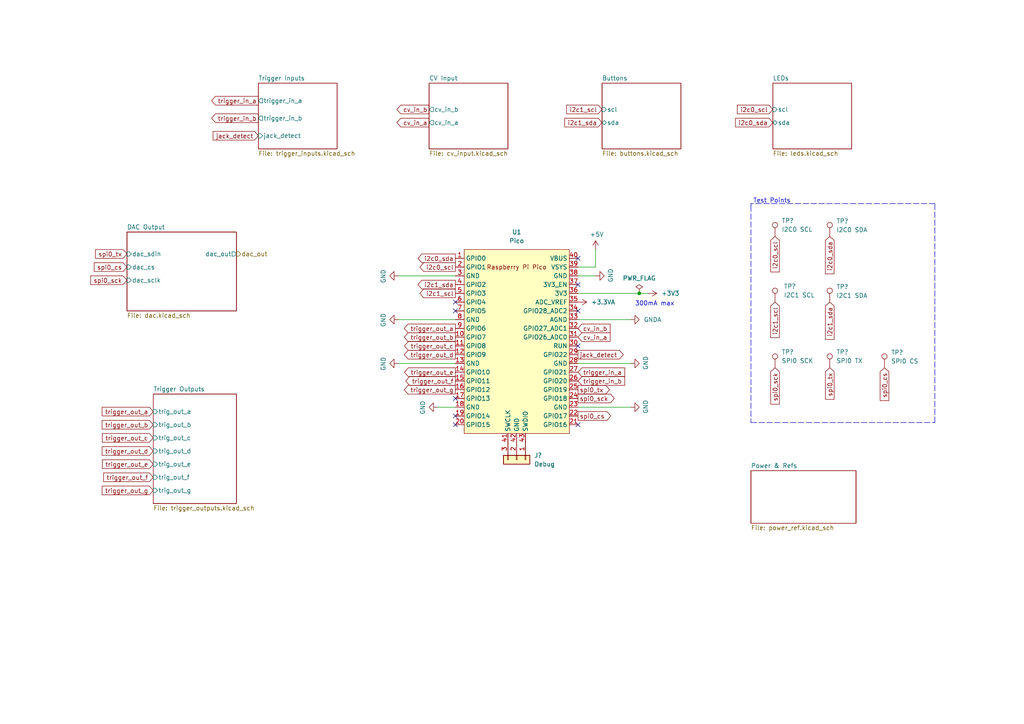
<source format=kicad_sch>
(kicad_sch (version 20211123) (generator eeschema)
  (paper "A4")
  (lib_symbols
    (symbol "Connector:TestPoint" (pin_numbers hide) (pin_names (offset 0.762) hide)
      (property "Reference" "TP" (at 0 6.858 0))
      (property "Value" "TestPoint" (at 0 5.08 0))
      (symbol "TestPoint_0_1"
        (circle (center 0 3.302) (radius 0.762))
      )
      (symbol "TestPoint_1_1"
        (pin passive line (at 0 0 90) (length 2.54) (name "1") (number "1"))
      )
    )
    (symbol "Connector_Generic:Conn_01x03" (pin_names (offset 1.016) hide)
      (property "Reference" "J" (at 0 5.08 0))
      (property "Value" "Conn_01x03" (at 0 -5.08 0))
      (symbol "Conn_01x03_1_1"
        (rectangle (start -1.27 -2.413) (end 0 -2.667) (stroke (width 0.1524)))
        (rectangle (start -1.27 0.127) (end 0 -0.127) (stroke (width 0.1524)))
        (rectangle (start -1.27 2.667) (end 0 2.413) (stroke (width 0.1524)))
        (rectangle (start -1.27 3.81) (end 1.27 -3.81) (stroke (width 0.254)) (fill (type background)))
        (pin passive line (at -5.08 2.54 0) (length 3.81) (name "Pin_1") (number "1"))
        (pin passive line (at -5.08 0 0) (length 3.81) (name "Pin_2") (number "2"))
        (pin passive line (at -5.08 -2.54 0) (length 3.81) (name "Pin_3") (number "3"))
      )
    )
    (symbol "MCU_RaspberryPi_and_Boards:Pico"
      (property "Reference" "U" (at -13.97 27.94 0))
      (property "Value" "Pico" (at 0 19.05 0))
      (symbol "Pico_0_0"
        (text "Raspberry Pi Pico" (at 0 21.59 0) (effects (font (size 1.27 1.27))))
      )
      (symbol "Pico_0_1"
        (rectangle (start -15.24 26.67) (end 15.24 -26.67) (fill (type background)))
      )
      (symbol "Pico_1_1"
        (pin bidirectional line (at -17.78 24.13 0) (length 2.54) (name "GPIO0") (number "1"))
        (pin bidirectional line (at -17.78 1.27 0) (length 2.54) (name "GPIO7") (number "10"))
        (pin bidirectional line (at -17.78 -1.27 0) (length 2.54) (name "GPIO8") (number "11"))
        (pin bidirectional line (at -17.78 -3.81 0) (length 2.54) (name "GPIO9") (number "12"))
        (pin power_in line (at -17.78 -6.35 0) (length 2.54) (name "GND") (number "13"))
        (pin bidirectional line (at -17.78 -8.89 0) (length 2.54) (name "GPIO10") (number "14"))
        (pin bidirectional line (at -17.78 -11.43 0) (length 2.54) (name "GPIO11") (number "15"))
        (pin bidirectional line (at -17.78 -13.97 0) (length 2.54) (name "GPIO12") (number "16"))
        (pin bidirectional line (at -17.78 -16.51 0) (length 2.54) (name "GPIO13") (number "17"))
        (pin power_in line (at -17.78 -19.05 0) (length 2.54) (name "GND") (number "18"))
        (pin bidirectional line (at -17.78 -21.59 0) (length 2.54) (name "GPIO14") (number "19"))
        (pin bidirectional line (at -17.78 21.59 0) (length 2.54) (name "GPIO1") (number "2"))
        (pin bidirectional line (at -17.78 -24.13 0) (length 2.54) (name "GPIO15") (number "20"))
        (pin bidirectional line (at 17.78 -24.13 180) (length 2.54) (name "GPIO16") (number "21"))
        (pin bidirectional line (at 17.78 -21.59 180) (length 2.54) (name "GPIO17") (number "22"))
        (pin power_in line (at 17.78 -19.05 180) (length 2.54) (name "GND") (number "23"))
        (pin bidirectional line (at 17.78 -16.51 180) (length 2.54) (name "GPIO18") (number "24"))
        (pin bidirectional line (at 17.78 -13.97 180) (length 2.54) (name "GPIO19") (number "25"))
        (pin bidirectional line (at 17.78 -11.43 180) (length 2.54) (name "GPIO20") (number "26"))
        (pin bidirectional line (at 17.78 -8.89 180) (length 2.54) (name "GPIO21") (number "27"))
        (pin power_in line (at 17.78 -6.35 180) (length 2.54) (name "GND") (number "28"))
        (pin bidirectional line (at 17.78 -3.81 180) (length 2.54) (name "GPIO22") (number "29"))
        (pin power_in line (at -17.78 19.05 0) (length 2.54) (name "GND") (number "3"))
        (pin input line (at 17.78 -1.27 180) (length 2.54) (name "RUN") (number "30"))
        (pin bidirectional line (at 17.78 1.27 180) (length 2.54) (name "GPIO26_ADC0") (number "31"))
        (pin bidirectional line (at 17.78 3.81 180) (length 2.54) (name "GPIO27_ADC1") (number "32"))
        (pin power_in line (at 17.78 6.35 180) (length 2.54) (name "AGND") (number "33"))
        (pin bidirectional line (at 17.78 8.89 180) (length 2.54) (name "GPIO28_ADC2") (number "34"))
        (pin power_in line (at 17.78 11.43 180) (length 2.54) (name "ADC_VREF") (number "35"))
        (pin power_in line (at 17.78 13.97 180) (length 2.54) (name "3V3") (number "36"))
        (pin input line (at 17.78 16.51 180) (length 2.54) (name "3V3_EN") (number "37"))
        (pin bidirectional line (at 17.78 19.05 180) (length 2.54) (name "GND") (number "38"))
        (pin power_in line (at 17.78 21.59 180) (length 2.54) (name "VSYS") (number "39"))
        (pin bidirectional line (at -17.78 16.51 0) (length 2.54) (name "GPIO2") (number "4"))
        (pin power_in line (at 17.78 24.13 180) (length 2.54) (name "VBUS") (number "40"))
        (pin input line (at -2.54 -29.21 90) (length 2.54) (name "SWCLK") (number "41"))
        (pin power_in line (at 0 -29.21 90) (length 2.54) (name "GND") (number "42"))
        (pin bidirectional line (at 2.54 -29.21 90) (length 2.54) (name "SWDIO") (number "43"))
        (pin bidirectional line (at -17.78 13.97 0) (length 2.54) (name "GPIO3") (number "5"))
        (pin bidirectional line (at -17.78 11.43 0) (length 2.54) (name "GPIO4") (number "6"))
        (pin bidirectional line (at -17.78 8.89 0) (length 2.54) (name "GPIO5") (number "7"))
        (pin power_in line (at -17.78 6.35 0) (length 2.54) (name "GND") (number "8"))
        (pin bidirectional line (at -17.78 3.81 0) (length 2.54) (name "GPIO6") (number "9"))
      )
    )
    (symbol "power:+3.3VA" (power) (pin_names (offset 0))
      (property "Value" "+3.3VA" (at 0 3.556 0))
      (symbol "+3.3VA_0_1"
        (polyline (pts (xy -0.762 1.27) (xy 0 2.54)))
        (polyline (pts (xy 0 0) (xy 0 2.54)))
        (polyline (pts (xy 0 2.54) (xy 0.762 1.27)))
      )
      (symbol "+3.3VA_1_1"
        (pin power_in line (at 0 0 90) (length 0) hide (name "+3.3VA") (number "1"))
      )
    )
    (symbol "power:+3V3" (power) (pin_names (offset 0))
      (property "Value" "+3V3" (at 0 3.556 0))
      (symbol "+3V3_0_1"
        (polyline (pts (xy -0.762 1.27) (xy 0 2.54)))
        (polyline (pts (xy 0 0) (xy 0 2.54)))
        (polyline (pts (xy 0 2.54) (xy 0.762 1.27)))
      )
      (symbol "+3V3_1_1"
        (pin power_in line (at 0 0 90) (length 0) hide (name "+3V3") (number "1"))
      )
    )
    (symbol "power:+5V" (power) (pin_names (offset 0))
      (property "Value" "+5V" (at 0 3.556 0))
      (symbol "+5V_0_1"
        (polyline (pts (xy -0.762 1.27) (xy 0 2.54)))
        (polyline (pts (xy 0 0) (xy 0 2.54)))
        (polyline (pts (xy 0 2.54) (xy 0.762 1.27)))
      )
      (symbol "+5V_1_1"
        (pin power_in line (at 0 0 90) (length 0) hide (name "+5V") (number "1"))
      )
    )
    (symbol "power:GND" (power) (pin_names (offset 0))
      (property "Value" "GND" (at 0 -3.81 0))
      (symbol "GND_0_1"
        (polyline (pts (xy 0 0) (xy 0 -1.27) (xy 1.27 -1.27) (xy 0 -2.54) (xy -1.27 -1.27) (xy 0 -1.27)))
      )
      (symbol "GND_1_1"
        (pin power_in line (at 0 0 270) (length 0) hide (name "GND") (number "1"))
      )
    )
    (symbol "power:GNDA" (power) (pin_names (offset 0))
      (property "Value" "GNDA" (at 0 -3.81 0))
      (symbol "GNDA_0_1"
        (polyline (pts (xy 0 0) (xy 0 -1.27) (xy 1.27 -1.27) (xy 0 -2.54) (xy -1.27 -1.27) (xy 0 -1.27)))
      )
      (symbol "GNDA_1_1"
        (pin power_in line (at 0 0 270) (length 0) hide (name "GNDA") (number "1"))
      )
    )
    (symbol "power:PWR_FLAG" (power) (pin_numbers hide) (pin_names (offset 0) hide)
      (property "Value" "PWR_FLAG" (at 0 3.81 0))
      (symbol "PWR_FLAG_0_0"
        (pin power_out line (at 0 0 90) (length 0) (name "pwr") (number "1"))
      )
      (symbol "PWR_FLAG_0_1"
        (polyline (pts (xy 0 0) (xy 0 1.27) (xy -1.016 1.905) (xy 0 2.54) (xy 1.016 1.905) (xy 0 1.27)))
      )
    )
  )
  (junction (at 185.42 85.09))
  (no_connect (at 167.64 90.17))
  (no_connect (at 167.64 100.33))
  (no_connect (at 167.64 123.19))
  (no_connect (at 132.08 90.17))
  (no_connect (at 132.08 87.63))
  (no_connect (at 132.08 123.19))
  (no_connect (at 132.08 120.65))
  (no_connect (at 132.08 115.57))
  (no_connect (at 167.64 82.55))
  (no_connect (at 167.64 74.93))
  (polyline (pts (xy 217.805 59.055) (xy 217.805 59.69)))
  (wire (pts (xy 172.72 77.47) (xy 167.64 77.47)))
  (polyline (pts (xy 271.145 122.555) (xy 271.145 59.055)))
  (wire (pts (xy 167.64 105.41) (xy 182.88 105.41)))
  (polyline (pts (xy 217.805 59.69) (xy 217.805 122.555)))
  (polyline (pts (xy 217.805 122.555) (xy 271.145 122.555)))
  (wire (pts (xy 172.72 72.39) (xy 172.72 77.47)))
  (polyline (pts (xy 271.145 59.055) (xy 217.805 59.055)))
  (wire (pts (xy 132.08 118.11) (xy 127 118.11)))
  (wire (pts (xy 185.42 85.09) (xy 187.96 85.09)))
  (wire (pts (xy 167.64 92.71) (xy 182.88 92.71)))
  (wire (pts (xy 167.64 80.01) (xy 172.72 80.01)))
  (wire (pts (xy 167.64 85.09) (xy 185.42 85.09)))
  (wire (pts (xy 167.64 118.11) (xy 182.88 118.11)))
  (wire (pts (xy 132.08 105.41) (xy 115.57 105.41)))
  (wire (pts (xy 132.08 80.01) (xy 115.57 80.01)))
  (wire (pts (xy 132.08 92.71) (xy 115.57 92.71)))
  (text "300mA max" (at 184.15 88.9 0) (effects (font (size 1.27 1.27)) (justify left bottom)))
  (text "Test Points" (at 218.44 59.055 0) (effects (font (size 1.27 1.27)) (justify left bottom)))
  (global_label "spi0_cs" (shape input) (at 36.83 77.47 180) (property "Intersheet References" "${INTERSHEET_REFS}" (effects hide)))
  (global_label "spi0_sck" (shape input) (at 36.83 81.28 180) (property "Intersheet References" "${INTERSHEET_REFS}" (effects hide)))
  (global_label "i2c1_sda" (shape input) (at 240.665 87.63 270) (property "Intersheet References" "${INTERSHEET_REFS}" (effects hide)))
  (global_label "i2c0_sda" (shape output) (at 132.08 74.93 180) (property "Intersheet References" "${INTERSHEET_REFS}" (effects hide)))
  (global_label "cv_in_a" (shape input) (at 167.64 97.79 0) (property "Intersheet References" "${INTERSHEET_REFS}" (effects hide)))
  (global_label "i2c0_sda" (shape input) (at 224.155 35.56 180) (property "Intersheet References" "${INTERSHEET_REFS}" (effects hide)))
  (global_label "trigger_in_b" (shape output) (at 74.93 34.29 180) (property "Intersheet References" "${INTERSHEET_REFS}" (effects hide)))
  (global_label "i2c1_scl" (shape input) (at 174.625 31.75 180) (property "Intersheet References" "${INTERSHEET_REFS}" (effects hide)))
  (global_label "trigger_out_b" (shape output) (at 132.08 97.79 180) (property "Intersheet References" "${INTERSHEET_REFS}" (effects hide)))
  (global_label "trigger_out_c" (shape output) (at 132.08 100.33 180) (property "Intersheet References" "${INTERSHEET_REFS}" (effects hide)))
  (global_label "trigger_out_g" (shape input) (at 44.45 142.24 180) (property "Intersheet References" "${INTERSHEET_REFS}" (effects hide)))
  (global_label "trigger_out_g" (shape output) (at 132.08 113.03 180) (property "Intersheet References" "${INTERSHEET_REFS}" (effects hide)))
  (global_label "trigger_out_b" (shape input) (at 44.45 123.19 180) (property "Intersheet References" "${INTERSHEET_REFS}" (effects hide)))
  (global_label "spi0_cs" (shape output) (at 167.64 120.65 0) (property "Intersheet References" "${INTERSHEET_REFS}" (effects hide)))
  (global_label "spi0_tx" (shape input) (at 240.665 106.68 270) (property "Intersheet References" "${INTERSHEET_REFS}" (effects hide)))
  (global_label "spi0_sck" (shape output) (at 167.64 115.57 0) (property "Intersheet References" "${INTERSHEET_REFS}" (effects hide)))
  (global_label "i2c0_scl" (shape output) (at 132.08 77.47 180) (property "Intersheet References" "${INTERSHEET_REFS}" (effects hide)))
  (global_label "spi0_tx" (shape input) (at 36.83 73.66 180) (property "Intersheet References" "${INTERSHEET_REFS}" (effects hide)))
  (global_label "trigger_out_e" (shape output) (at 132.08 107.95 180) (property "Intersheet References" "${INTERSHEET_REFS}" (effects hide)))
  (global_label "trigger_out_e" (shape input) (at 44.45 134.62 180) (property "Intersheet References" "${INTERSHEET_REFS}" (effects hide)))
  (global_label "trigger_out_d" (shape input) (at 44.45 130.81 180) (property "Intersheet References" "${INTERSHEET_REFS}" (effects hide)))
  (global_label "trigger_out_a" (shape input) (at 44.45 119.38 180) (property "Intersheet References" "${INTERSHEET_REFS}" (effects hide)))
  (global_label "i2c0_sda" (shape input) (at 240.665 68.58 270) (property "Intersheet References" "${INTERSHEET_REFS}" (effects hide)))
  (global_label "spi0_tx" (shape output) (at 167.64 113.03 0) (property "Intersheet References" "${INTERSHEET_REFS}" (effects hide)))
  (global_label "cv_in_b" (shape output) (at 124.46 31.75 180) (property "Intersheet References" "${INTERSHEET_REFS}" (effects hide)))
  (global_label "trigger_in_a" (shape input) (at 167.64 107.95 0) (property "Intersheet References" "${INTERSHEET_REFS}" (effects hide)))
  (global_label "trigger_out_a" (shape output) (at 132.08 95.25 180) (property "Intersheet References" "${INTERSHEET_REFS}" (effects hide)))
  (global_label "jack_detect" (shape output) (at 167.64 102.87 0) (property "Intersheet References" "${INTERSHEET_REFS}" (effects hide)))
  (global_label "i2c1_scl" (shape input) (at 224.79 87.63 270) (property "Intersheet References" "${INTERSHEET_REFS}" (effects hide)))
  (global_label "spi0_cs" (shape input) (at 256.54 106.68 270) (property "Intersheet References" "${INTERSHEET_REFS}" (effects hide)))
  (global_label "i2c1_sda" (shape input) (at 174.625 35.56 180) (property "Intersheet References" "${INTERSHEET_REFS}" (effects hide)))
  (global_label "trigger_in_a" (shape output) (at 74.93 29.21 180) (property "Intersheet References" "${INTERSHEET_REFS}" (effects hide)))
  (global_label "cv_in_a" (shape output) (at 124.46 35.56 180) (property "Intersheet References" "${INTERSHEET_REFS}" (effects hide)))
  (global_label "i2c0_scl" (shape input) (at 224.155 31.75 180) (property "Intersheet References" "${INTERSHEET_REFS}" (effects hide)))
  (global_label "i2c1_sda" (shape output) (at 132.08 82.55 180) (property "Intersheet References" "${INTERSHEET_REFS}" (effects hide)))
  (global_label "trigger_out_f" (shape output) (at 132.08 110.49 180) (property "Intersheet References" "${INTERSHEET_REFS}" (effects hide)))
  (global_label "trigger_out_d" (shape output) (at 132.08 102.87 180) (property "Intersheet References" "${INTERSHEET_REFS}" (effects hide)))
  (global_label "trigger_in_b" (shape input) (at 167.64 110.49 0) (property "Intersheet References" "${INTERSHEET_REFS}" (effects hide)))
  (global_label "i2c1_scl" (shape output) (at 132.08 85.09 180) (property "Intersheet References" "${INTERSHEET_REFS}" (effects hide)))
  (global_label "jack_detect" (shape input) (at 74.93 39.37 180) (property "Intersheet References" "${INTERSHEET_REFS}" (effects hide)))
  (global_label "trigger_out_c" (shape input) (at 44.45 127 180) (property "Intersheet References" "${INTERSHEET_REFS}" (effects hide)))
  (global_label "i2c0_scl" (shape input) (at 224.79 68.58 270) (property "Intersheet References" "${INTERSHEET_REFS}" (effects hide)))
  (global_label "spi0_sck" (shape input) (at 224.79 106.68 270) (property "Intersheet References" "${INTERSHEET_REFS}" (effects hide)))
  (global_label "cv_in_b" (shape input) (at 167.64 95.25 0) (property "Intersheet References" "${INTERSHEET_REFS}" (effects hide)))
  (global_label "trigger_out_f" (shape input) (at 44.45 138.43 180) (property "Intersheet References" "${INTERSHEET_REFS}" (effects hide)))
  (hierarchical_label "dac_out" (shape output) (at 68.58 73.66 0))
  (symbol (lib_id "power:GND") (at 182.88 105.41 90) (unit 1)
    (property "Reference" "#PWR0109" (effects hide))
    (property "Value" "GND" (at 187.2742 105.283 0))
  )
  (symbol (lib_id "Connector:TestPoint") (at 240.665 106.68 0) (unit 1)
    (property "Reference" "TP?" (at 242.57 102.1079 0) (effects (justify left)))
    (property "Value" "SPI0 TX" (at 242.57 104.6479 0) (effects (justify left)))
    (property "Footprint" "TestPoint:TestPoint_Pad_2.0x2.0mm" (effects hide))
  )
  (symbol (lib_id "power:GND") (at 115.57 80.01 270) (unit 1)
    (property "Reference" "#PWR0104" (effects hide))
    (property "Value" "GND" (at 111.1758 80.137 0))
  )
  (symbol (lib_id "power:GND") (at 115.57 92.71 270) (unit 1)
    (property "Reference" "#PWR0105" (effects hide))
    (property "Value" "GND" (at 111.1758 92.837 0))
  )
  (symbol (lib_id "power:GNDA") (at 182.88 92.71 90) (unit 1)
    (property "Reference" "#PWR0111" (effects hide))
    (property "Value" "GNDA" (at 186.69 92.7099 90) (effects (justify right)))
  )
  (symbol (lib_id "power:GND") (at 127 118.11 270) (unit 1)
    (property "Reference" "#PWR0101" (effects hide))
    (property "Value" "GND" (at 122.6058 118.237 0))
  )
  (symbol (lib_id "power:PWR_FLAG") (at 185.42 85.09 0) (unit 1)
    (property "Reference" "#FLG0101" (effects hide))
    (property "Value" "PWR_FLAG" (at 185.42 80.6958 0))
  )
  (symbol (lib_id "power:+5V") (at 172.72 72.39 0) (unit 1)
    (property "Reference" "#PWR0106" (effects hide))
    (property "Value" "+5V" (at 173.101 67.9958 0))
  )
  (symbol (lib_id "Connector:TestPoint") (at 256.54 106.68 0) (unit 1)
    (property "Reference" "TP?" (at 258.445 102.235 0) (effects (justify left)))
    (property "Value" "SPI0 CS" (at 258.445 104.775 0) (effects (justify left)))
    (property "Footprint" "TestPoint:TestPoint_Pad_2.0x2.0mm" (effects hide))
  )
  (symbol (lib_id "Connector_Generic:Conn_01x03") (at 149.86 133.35 270) (unit 1)
    (property "Reference" "J?" (at 154.94 132.0799 90) (effects (justify left)))
    (property "Value" "Debug" (at 154.94 134.6199 90) (effects (justify left)))
    (property "Footprint" "Connector_PinHeader_2.54mm:PinHeader_1x03_P2.54mm_Vertical" (effects hide))
  )
  (symbol (lib_id "Connector:TestPoint") (at 240.665 68.58 0) (unit 1)
    (property "Reference" "TP?" (at 242.57 64.135 0) (effects (justify left)))
    (property "Value" "I2C0 SDA" (at 242.57 66.675 0) (effects (justify left)))
    (property "Footprint" "TestPoint:TestPoint_Pad_2.0x2.0mm" (effects hide))
  )
  (symbol (lib_id "power:+3.3VA") (at 167.64 87.63 270) (unit 1)
    (property "Reference" "#PWR0102" (effects hide))
    (property "Value" "+3.3VA" (at 171.45 87.6299 90) (effects (justify left)))
  )
  (symbol (lib_id "MCU_RaspberryPi_and_Boards:Pico") (at 149.86 99.06 0) (unit 1)
    (property "Reference" "U1" (at 149.86 67.31 0))
    (property "Value" "Pico" (at 149.86 69.85 0))
    (property "Footprint" "RaspberryPi-Pico:RPi_Pico_SMD_TH" (effects hide))
  )
  (symbol (lib_id "power:+3V3") (at 187.96 85.09 270) (unit 1)
    (property "Reference" "#PWR0110" (effects hide))
    (property "Value" "+3V3" (at 191.77 85.0899 90) (effects (justify left)))
  )
  (symbol (lib_id "Connector:TestPoint") (at 224.79 87.63 0) (unit 1)
    (property "Reference" "TP?" (at 227.33 83.0579 0) (effects (justify left)))
    (property "Value" "I2C1 SCL" (at 227.33 85.5979 0) (effects (justify left)))
    (property "Footprint" "TestPoint:TestPoint_Pad_2.0x2.0mm" (effects hide))
  )
  (symbol (lib_id "power:GND") (at 172.72 80.01 90) (unit 1)
    (property "Reference" "#PWR0107" (effects hide))
    (property "Value" "GND" (at 177.1142 79.883 0))
  )
  (symbol (lib_id "power:GND") (at 182.88 118.11 90) (unit 1)
    (property "Reference" "#PWR0108" (effects hide))
    (property "Value" "GND" (at 187.2742 117.983 0))
  )
  (symbol (lib_id "Connector:TestPoint") (at 240.665 87.63 0) (unit 1)
    (property "Reference" "TP?" (at 242.57 83.185 0) (effects (justify left)))
    (property "Value" "I2C1 SDA" (at 242.57 85.725 0) (effects (justify left)))
    (property "Footprint" "TestPoint:TestPoint_Pad_2.0x2.0mm" (effects hide))
  )
  (symbol (lib_id "power:GND") (at 115.57 105.41 270) (unit 1)
    (property "Reference" "#PWR0103" (effects hide))
    (property "Value" "GND" (at 111.1758 105.537 0))
  )
  (symbol (lib_id "Connector:TestPoint") (at 224.79 106.68 0) (unit 1)
    (property "Reference" "TP?" (at 226.695 102.1079 0) (effects (justify left)))
    (property "Value" "SPI0 SCK" (at 226.695 104.6479 0) (effects (justify left)))
    (property "Footprint" "TestPoint:TestPoint_Pad_2.0x2.0mm" (effects hide))
  )
  (symbol (lib_id "Connector:TestPoint") (at 224.79 68.58 0) (unit 1)
    (property "Reference" "TP?" (at 226.695 64.0079 0) (effects (justify left)))
    (property "Value" "I2C0 SCL" (at 226.695 66.5479 0) (effects (justify left)))
    (property "Footprint" "TestPoint:TestPoint_Pad_2.0x2.0mm" (effects hide))
  )
  (sheet (at 124.46 24.13) (size 22.86 19.05)
    (property "Sheet name" "CV Input" (at 124.46 23.4184 0) (effects (justify left bottom)))
    (property "Sheet file" "cv_input.kicad_sch" (at 124.46 43.7646 0) (effects (justify left top)))
    (pin "cv_in_a" output (at 124.46 35.56 180))
    (pin "cv_in_b" output (at 124.46 31.75 180))
  )
  (sheet (at 217.805 136.525) (size 30.48 15.24)
    (property "Sheet name" "Power & Refs" (at 217.805 135.8134 0) (effects (justify left bottom)))
    (property "Sheet file" "power_ref.kicad_sch" (at 217.805 152.3496 0) (effects (justify left top)))
  )
  (sheet (at 224.155 24.13) (size 22.86 19.05) (stroke (width 0.1524))
    (property "Sheet name" "LEDs" (at 224.155 23.4184 0) (effects (justify left bottom)))
    (property "Sheet file" "leds.kicad_sch" (at 224.155 43.7646 0) (effects (justify left top)))
    (pin "scl" input (at 224.155 31.75 180))
    (pin "sda" bidirectional (at 224.155 35.56 180))
  )
  (sheet (at 44.45 114.3) (size 24.13 31.75) (stroke (width 0.1524))
    (property "Sheet name" "Trigger Outputs" (at 44.45 113.5884 0) (effects (justify left bottom)))
    (property "Sheet file" "trigger_outputs.kicad_sch" (at 44.45 146.6346 0) (effects (justify left top)))
    (pin "trig_out_d" input (at 44.45 130.81 180))
    (pin "trig_out_a" input (at 44.45 119.38 180))
    (pin "trig_out_e" input (at 44.45 134.62 180))
    (pin "trig_out_c" input (at 44.45 127 180))
    (pin "trig_out_b" input (at 44.45 123.19 180))
    (pin "trig_out_f" input (at 44.45 138.43 180))
    (pin "trig_out_g" input (at 44.45 142.24 180))
  )
  (sheet (at 174.625 24.13) (size 22.86 19.05) (stroke (width 0.1524))
    (property "Sheet name" "Buttons" (at 174.625 23.4184 0) (effects (justify left bottom)))
    (property "Sheet file" "buttons.kicad_sch" (at 174.625 43.7646 0) (effects (justify left top)))
    (pin "scl" input (at 174.625 31.75 180))
    (pin "sda" bidirectional (at 174.625 35.56 180))
  )
  (sheet (at 36.83 67.31) (size 31.75 22.86)
    (property "Sheet name" "DAC Output" (at 36.83 66.5984 0) (effects (justify left bottom)))
    (property "Sheet file" "dac.kicad_sch" (at 36.83 90.7546 0) (effects (justify left top)))
    (pin "dac_out" output (at 68.58 73.66 0))
    (pin "dac_sdin" input (at 36.83 73.66 180))
    (pin "dac_cs" input (at 36.83 77.47 180))
    (pin "dac_sclk" input (at 36.83 81.28 180))
  )
  (sheet (at 74.93 24.13) (size 22.86 19.05) (stroke (width 0.1524))
    (property "Sheet name" "Trigger Inputs" (at 74.93 23.4184 0) (effects (justify left bottom)))
    (property "Sheet file" "trigger_inputs.kicad_sch" (at 74.93 43.7646 0) (effects (justify left top)))
    (pin "jack_detect" input (at 74.93 39.37 180))
    (pin "trigger_in_b" output (at 74.93 34.29 180))
    (pin "trigger_in_a" output (at 74.93 29.21 180))
  )
)
</source>
